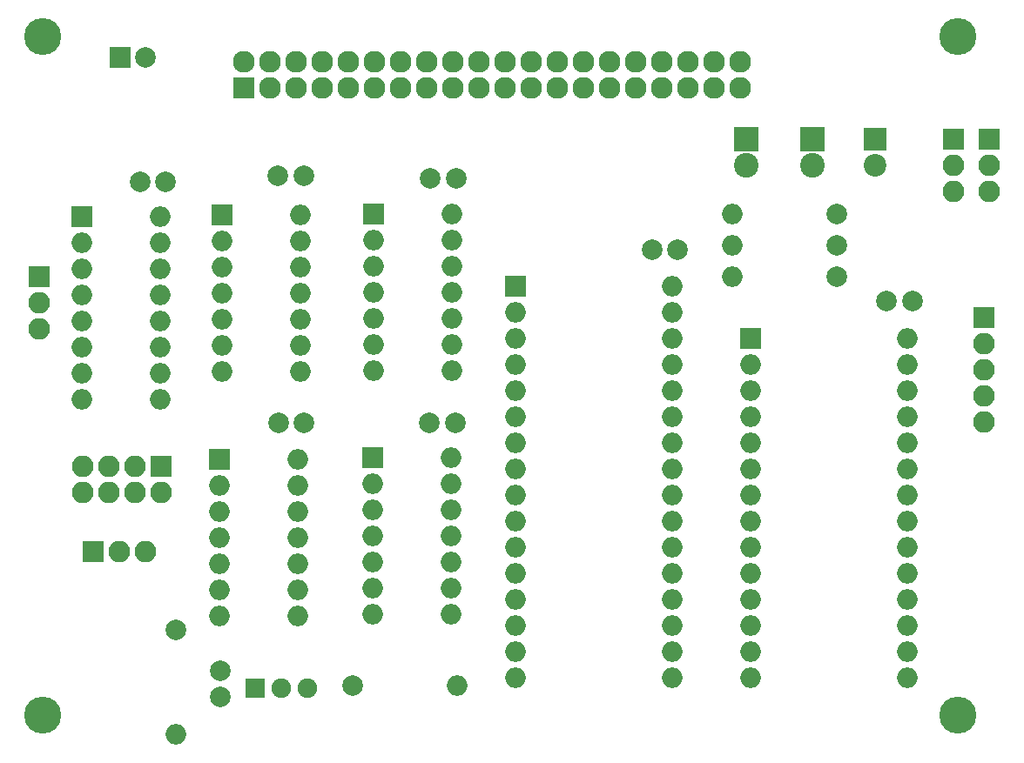
<source format=gts>
G04 #@! TF.GenerationSoftware,KiCad,Pcbnew,(5.1.4-0-10_14)*
G04 #@! TF.CreationDate,2021-03-24T22:09:24+09:00*
G04 #@! TF.ProjectId,Z80-1MSRAM,5a38302d-314d-4535-9241-4d2e6b696361,rev?*
G04 #@! TF.SameCoordinates,Original*
G04 #@! TF.FileFunction,Soldermask,Top*
G04 #@! TF.FilePolarity,Negative*
%FSLAX46Y46*%
G04 Gerber Fmt 4.6, Leading zero omitted, Abs format (unit mm)*
G04 Created by KiCad (PCBNEW (5.1.4-0-10_14)) date 2021-03-24 22:09:24*
%MOMM*%
%LPD*%
G04 APERTURE LIST*
%ADD10O,2.100000X2.100000*%
%ADD11R,2.100000X2.100000*%
%ADD12C,2.000000*%
%ADD13C,1.900000*%
%ADD14R,1.900000X1.900000*%
%ADD15O,2.000000X2.000000*%
%ADD16R,2.200000X2.200000*%
%ADD17C,2.200000*%
%ADD18R,2.000000X2.000000*%
%ADD19R,2.127200X2.127200*%
%ADD20O,2.127200X2.127200*%
%ADD21R,2.400000X2.400000*%
%ADD22C,2.400000*%
%ADD23C,3.600000*%
G04 APERTURE END LIST*
D10*
X194000000Y-79580000D03*
X194000000Y-77040000D03*
D11*
X194000000Y-74500000D03*
D10*
X197500000Y-79580000D03*
X197500000Y-77040000D03*
D11*
X197500000Y-74500000D03*
D10*
X197000000Y-102000000D03*
X197000000Y-99460000D03*
X197000000Y-96920000D03*
X197000000Y-94380000D03*
D11*
X197000000Y-91840000D03*
X105120000Y-87860000D03*
D10*
X105120000Y-90400000D03*
X105120000Y-92940000D03*
D12*
X122761000Y-126220000D03*
X122761000Y-128720000D03*
D11*
X110387000Y-114590000D03*
D10*
X112927000Y-114590000D03*
X115467000Y-114590000D03*
D13*
X128700000Y-127910000D03*
X131240000Y-127910000D03*
D14*
X126160000Y-127910000D03*
D15*
X172558000Y-81776000D03*
D12*
X182718000Y-81776000D03*
X182718000Y-84824000D03*
D15*
X172558000Y-84824000D03*
X118420000Y-132420000D03*
D12*
X118420000Y-122260000D03*
X135640000Y-127690000D03*
D15*
X145800000Y-127690000D03*
D11*
X116964000Y-106305000D03*
D10*
X116964000Y-108845000D03*
X114424000Y-106305000D03*
X114424000Y-108845000D03*
X111884000Y-106305000D03*
X111884000Y-108845000D03*
X109344000Y-106305000D03*
X109344000Y-108845000D03*
D16*
X186410000Y-74470000D03*
D17*
X186410000Y-77010000D03*
D18*
X137534000Y-105490000D03*
D15*
X145154000Y-120730000D03*
X137534000Y-108030000D03*
X145154000Y-118190000D03*
X137534000Y-110570000D03*
X145154000Y-115650000D03*
X137534000Y-113110000D03*
X145154000Y-113110000D03*
X137534000Y-115650000D03*
X145154000Y-110570000D03*
X137534000Y-118190000D03*
X145154000Y-108030000D03*
X137534000Y-120730000D03*
X145154000Y-105490000D03*
D12*
X182690000Y-87900000D03*
D15*
X172530000Y-87900000D03*
D18*
X174340000Y-93875000D03*
D15*
X189580000Y-126895000D03*
X174340000Y-96415000D03*
X189580000Y-124355000D03*
X174340000Y-98955000D03*
X189580000Y-121815000D03*
X174340000Y-101495000D03*
X189580000Y-119275000D03*
X174340000Y-104035000D03*
X189580000Y-116735000D03*
X174340000Y-106575000D03*
X189580000Y-114195000D03*
X174340000Y-109115000D03*
X189580000Y-111655000D03*
X174340000Y-111655000D03*
X189580000Y-109115000D03*
X174340000Y-114195000D03*
X189580000Y-106575000D03*
X174340000Y-116735000D03*
X189580000Y-104035000D03*
X174340000Y-119275000D03*
X189580000Y-101495000D03*
X174340000Y-121815000D03*
X189580000Y-98955000D03*
X174340000Y-124355000D03*
X189580000Y-96415000D03*
X174340000Y-126895000D03*
X189580000Y-93875000D03*
D19*
X125000000Y-69500000D03*
D20*
X125000000Y-66960000D03*
X127540000Y-69500000D03*
X127540000Y-66960000D03*
X130080000Y-69500000D03*
X130080000Y-66960000D03*
X132620000Y-69500000D03*
X132620000Y-66960000D03*
X135160000Y-69500000D03*
X135160000Y-66960000D03*
X137700000Y-69500000D03*
X137700000Y-66960000D03*
X140240000Y-69500000D03*
X140240000Y-66960000D03*
X142780000Y-69500000D03*
X142780000Y-66960000D03*
X145320000Y-69500000D03*
X145320000Y-66960000D03*
X147860000Y-69500000D03*
X147860000Y-66960000D03*
X150400000Y-69500000D03*
X150400000Y-66960000D03*
X152940000Y-69500000D03*
X152940000Y-66960000D03*
X155480000Y-69500000D03*
X155480000Y-66960000D03*
X158020000Y-69500000D03*
X158020000Y-66960000D03*
X160560000Y-69500000D03*
X160560000Y-66960000D03*
X163100000Y-69500000D03*
X163100000Y-66960000D03*
X165640000Y-69500000D03*
X165640000Y-66960000D03*
X168180000Y-69500000D03*
X168180000Y-66960000D03*
X170720000Y-69500000D03*
X170720000Y-66960000D03*
X173260000Y-69500000D03*
X173260000Y-66960000D03*
D21*
X173910000Y-74442000D03*
D22*
X173910000Y-76982000D03*
D21*
X180360000Y-74522000D03*
D22*
X180360000Y-77062000D03*
D18*
X137660000Y-81805000D03*
D15*
X145280000Y-97045000D03*
X137660000Y-84345000D03*
X145280000Y-94505000D03*
X137660000Y-86885000D03*
X145280000Y-91965000D03*
X137660000Y-89425000D03*
X145280000Y-89425000D03*
X137660000Y-91965000D03*
X145280000Y-86885000D03*
X137660000Y-94505000D03*
X145280000Y-84345000D03*
X137660000Y-97045000D03*
X145280000Y-81805000D03*
D18*
X109290000Y-82020000D03*
D15*
X116910000Y-99800000D03*
X109290000Y-84560000D03*
X116910000Y-97260000D03*
X109290000Y-87100000D03*
X116910000Y-94720000D03*
X109290000Y-89640000D03*
X116910000Y-92180000D03*
X109290000Y-92180000D03*
X116910000Y-89640000D03*
X109290000Y-94720000D03*
X116910000Y-87100000D03*
X109290000Y-97260000D03*
X116910000Y-84560000D03*
X109290000Y-99800000D03*
X116910000Y-82020000D03*
D18*
X122928000Y-81868500D03*
D15*
X130548000Y-97108500D03*
X122928000Y-84408500D03*
X130548000Y-94568500D03*
X122928000Y-86948500D03*
X130548000Y-92028500D03*
X122928000Y-89488500D03*
X130548000Y-89488500D03*
X122928000Y-92028500D03*
X130548000Y-86948500D03*
X122928000Y-94568500D03*
X130548000Y-84408500D03*
X122928000Y-97108500D03*
X130548000Y-81868500D03*
D18*
X122674000Y-105618000D03*
D15*
X130294000Y-120858000D03*
X122674000Y-108158000D03*
X130294000Y-118318000D03*
X122674000Y-110698000D03*
X130294000Y-115778000D03*
X122674000Y-113238000D03*
X130294000Y-113238000D03*
X122674000Y-115778000D03*
X130294000Y-110698000D03*
X122674000Y-118318000D03*
X130294000Y-108158000D03*
X122674000Y-120858000D03*
X130294000Y-105618000D03*
D18*
X151480000Y-88795000D03*
D15*
X166720000Y-126895000D03*
X151480000Y-91335000D03*
X166720000Y-124355000D03*
X151480000Y-93875000D03*
X166720000Y-121815000D03*
X151480000Y-96415000D03*
X166720000Y-119275000D03*
X151480000Y-98955000D03*
X166720000Y-116735000D03*
X151480000Y-101495000D03*
X166720000Y-114195000D03*
X151480000Y-104035000D03*
X166720000Y-111655000D03*
X151480000Y-106575000D03*
X166720000Y-109115000D03*
X151480000Y-109115000D03*
X166720000Y-106575000D03*
X151480000Y-111655000D03*
X166720000Y-104035000D03*
X151480000Y-114195000D03*
X166720000Y-101495000D03*
X151480000Y-116735000D03*
X166720000Y-98955000D03*
X151480000Y-119275000D03*
X166720000Y-96415000D03*
X151480000Y-121815000D03*
X166720000Y-93875000D03*
X151480000Y-124355000D03*
X166720000Y-91335000D03*
X151480000Y-126895000D03*
X166720000Y-88795000D03*
D12*
X145690000Y-78270000D03*
X143190000Y-78270000D03*
X145598000Y-102062000D03*
X143098000Y-102062000D03*
X117450000Y-78610000D03*
X114950000Y-78610000D03*
X130866000Y-78058500D03*
X128366000Y-78058500D03*
X130880000Y-102050000D03*
X128380000Y-102050000D03*
X167230000Y-85200000D03*
X164730000Y-85200000D03*
X190060000Y-90250000D03*
X187560000Y-90250000D03*
D18*
X113000000Y-66500000D03*
D12*
X115500000Y-66500000D03*
D23*
X105500000Y-64500000D03*
X194500000Y-64500000D03*
X105510000Y-130490000D03*
X194500000Y-130490000D03*
M02*

</source>
